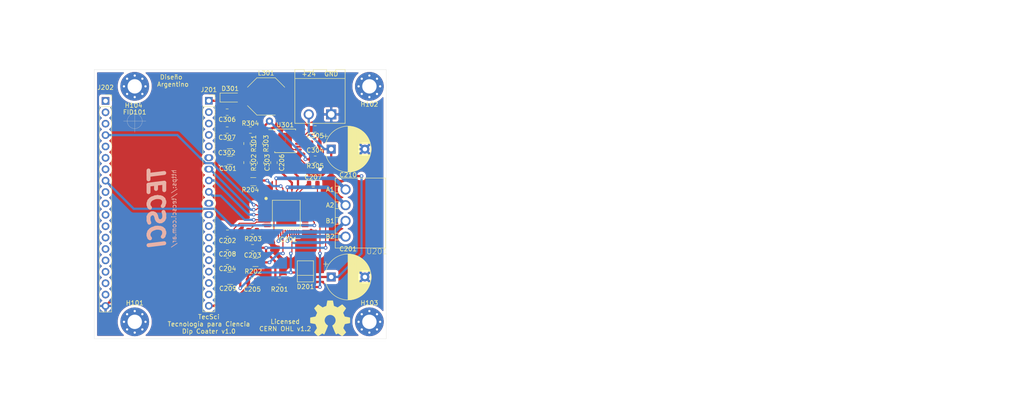
<source format=kicad_pcb>
(kicad_pcb (version 20171130) (host pcbnew 5.1.4-e60b266~84~ubuntu18.04.1)
  (title_block (title "Dip Coater") (date 2019-10-28) (rev 2) (company "Tecsci  Tecnología para Ciencia                            Licensed under CERN OHL v.1.2") (comment 1 "Ing. Electrónico Martin Abel Gambarotta") (comment 3 "Revisor: Mariano Campos") (comment 4 "Revisor: Diego Brengi"))
  (layers (0 F.Cu signal) (31 B.Cu signal) (34 B.Paste user) (35 F.Paste user) (36 B.SilkS user) (37 F.SilkS user) (38 B.Mask user hide) (39 F.Mask user hide) (44 Edge.Cuts user))
  (net 0 "")
  (net 1 GND)
  (net 2 +3V3)
  (net 3 "Net-(C203-Pad1)")
  (net 4 +24V)
  (net 5 "Net-(C205-Pad2)")
  (net 6 "Net-(C206-Pad2)")
  (net 7 "Net-(C207-Pad2)")
  (net 8 "Net-(C207-Pad1)")
  (net 9 "Net-(C303-Pad1)")
  (net 10 "Net-(C304-Pad1)")
  (net 11 "Net-(C305-Pad2)")
  (net 12 "Net-(C305-Pad1)")
  (net 13 "Net-(IC201-Pad44)")
  (net 14 /esp32_tmc5130_/DRV_ENA)
  (net 15 "Net-(IC201-Pad28)")
  (net 16 "Net-(IC201-Pad27)")
  (net 17 "Net-(IC201-Pad26)")
  (net 18 "Net-(IC201-Pad25)")
  (net 19 "Net-(IC201-Pad24)")
  (net 20 "Net-(IC201-Pad23)")
  (net 21 "Net-(IC201-Pad17)")
  (net 22 "Net-(IC201-Pad12)")
  (net 23 "Net-(IC201-Pad11)")
  (net 24 "Net-(IC201-Pad9)")
  (net 25 "Net-(IC201-Pad8)")
  (net 26 /esp32_tmc5130_/MISO)
  (net 27 /esp32_tmc5130_/MOSI)
  (net 28 /esp32_tmc5130_/SCK)
  (net 29 /esp32_tmc5130_/CSN)
  (net 30 "Net-(J201-Pad18)")
  (net 31 "Net-(J201-Pad17)")
  (net 32 "Net-(J201-Pad16)")
  (net 33 "Net-(J201-Pad15)")
  (net 34 "Net-(J201-Pad14)")
  (net 35 "Net-(J201-Pad13)")
  (net 36 "Net-(J201-Pad12)")
  (net 37 "Net-(J201-Pad11)")
  (net 38 "Net-(J201-Pad10)")
  (net 39 "Net-(J201-Pad6)")
  (net 40 "Net-(J201-Pad5)")
  (net 41 "Net-(J201-Pad4)")
  (net 42 "Net-(J201-Pad3)")
  (net 43 "Net-(J201-Pad2)")
  (net 44 "Net-(J202-Pad18)")
  (net 45 "Net-(J202-Pad17)")
  (net 46 "Net-(J202-Pad16)")
  (net 47 "Net-(J202-Pad15)")
  (net 48 "Net-(J202-Pad14)")
  (net 49 "Net-(J202-Pad13)")
  (net 50 "Net-(J202-Pad12)")
  (net 51 "Net-(J202-Pad11)")
  (net 52 "Net-(J202-Pad10)")
  (net 53 "Net-(J202-Pad9)")
  (net 54 "Net-(J202-Pad7)")
  (net 55 "Net-(J202-Pad5)")
  (net 56 "Net-(J202-Pad3)")
  (net 57 "Net-(J202-Pad2)")
  (net 58 "Net-(J202-Pad1)")
  (net 59 "Net-(R301-Pad1)")
  (net 60 "Net-(R303-Pad1)")
  (net 61 "Net-(R304-Pad2)")
  (net 62 "Net-(U301-Pad14)")
  (net 63 "Net-(U301-Pad7)")
  (net 64 "Net-(IC201-Pad46)")
  (net 65 "Net-(IC201-Pad42)")
  (net 66 "Net-(IC201-Pad19)")
  (net 67 "Net-(IC201-Pad15)")
  (net 68 "Net-(IC201-Pad2)")
  (net 69 +5VD)
  (net 70 "Net-(C306-Pad1)")
  (net 71 "Net-(J202-Pad6)")
  (module TMC5130-Eval_v15:AKL169_04_POL (layer F.Cu) (at 115.25 87 90)
    (fp_text reference U201 (at -9.25 1.25 180) (layer F.SilkS) (effects (font (size 1.2065 1.2065) (thickness 0.09652)) (justify left bottom)))
    (fp_text value AKL182_04_POL_HEADER hide)
    (pad 4 thru_hole circle (at 5.25 -3.3 90) (size 2.25 2.25) (drill 1.5) (layers *.Cu *.Mask) (net 64 "Net-(IC201-Pad46)"))
    (pad 3 thru_hole circle (at 1.75 -3.3 90) (size 2.25 2.25) (drill 1.5) (layers *.Cu *.Mask) (net 65 "Net-(IC201-Pad42)"))
    (pad 2 thru_hole circle (at -1.75 -3.3 90) (size 2.25 2.25) (drill 1.5) (layers *.Cu *.Mask) (net 67 "Net-(IC201-Pad15)"))
    (pad 1 thru_hole circle (at -5.25 -3.3 90) (size 2.25 2.25) (drill 1.5) (layers *.Cu *.Mask) (net 66 "Net-(IC201-Pad19)"))
  )
  (module Connector_PinSocket_2.54mm:PinSocket_1x19_P2.54mm_Vertical (layer F.Cu) (at 81.5 61.96)
    (fp_text reference J201 (at 0 -2.46) (layer F.SilkS))
    (fp_text value Conn_01x19_ESP32)
    (pad 1 thru_hole rect (at 0 0) (size 1.7 1.7) (drill 1) (layers *.Cu *.Mask) (net 69 +5VD))
    (pad 2 thru_hole oval (at 0 2.54) (size 1.7 1.7) (drill 1) (layers *.Cu *.Mask) (net 43 "Net-(J201-Pad2)"))
    (pad 3 thru_hole oval (at 0 5.08) (size 1.7 1.7) (drill 1) (layers *.Cu *.Mask) (net 42 "Net-(J201-Pad3)"))
    (pad 4 thru_hole oval (at 0 7.62) (size 1.7 1.7) (drill 1) (layers *.Cu *.Mask) (net 41 "Net-(J201-Pad4)"))
    (pad 5 thru_hole oval (at 0 10.16) (size 1.7 1.7) (drill 1) (layers *.Cu *.Mask) (net 40 "Net-(J201-Pad5)"))
    (pad 6 thru_hole oval (at 0 12.7) (size 2 1.5) (drill 1) (layers *.Cu *.Mask) (net 39 "Net-(J201-Pad6)"))
    (pad 7 thru_hole oval (at 0 15.24) (size 2 1.5) (drill 1) (layers *.Cu *.Mask) (net 28 /esp32_tmc5130_/SCK))
    (pad 8 thru_hole oval (at 0 17.78) (size 1.7 1.7) (drill 1) (layers *.Cu *.Mask) (net 27 /esp32_tmc5130_/MOSI))
    (pad 9 thru_hole oval (at 0 20.32) (size 1.7 1.7) (drill 1) (layers *.Cu *.Mask) (net 26 /esp32_tmc5130_/MISO))
    (pad 10 thru_hole oval (at 0 22.86) (size 2 1.5) (drill 1) (layers *.Cu *.Mask) (net 38 "Net-(J201-Pad10)"))
    (pad 11 thru_hole oval (at 0 25.4) (size 2 1.5) (drill 1) (layers *.Cu *.Mask) (net 37 "Net-(J201-Pad11)"))
    (pad 12 thru_hole oval (at 0 27.94) (size 1.7 1.7) (drill 1) (layers *.Cu *.Mask) (net 36 "Net-(J201-Pad12)"))
    (pad 13 thru_hole oval (at 0 30.48) (size 1.7 1.7) (drill 1) (layers *.Cu *.Mask) (net 35 "Net-(J201-Pad13)"))
    (pad 14 thru_hole oval (at 0 33.02) (size 1.7 1.7) (drill 1) (layers *.Cu *.Mask) (net 34 "Net-(J201-Pad14)"))
    (pad 15 thru_hole oval (at 0 35.56) (size 1.7 1.7) (drill 1) (layers *.Cu *.Mask) (net 33 "Net-(J201-Pad15)"))
    (pad 16 thru_hole oval (at 0 38.1) (size 1.7 1.7) (drill 1) (layers *.Cu *.Mask) (net 32 "Net-(J201-Pad16)"))
    (pad 17 thru_hole oval (at 0 40.64) (size 1.7 1.7) (drill 1) (layers *.Cu *.Mask) (net 31 "Net-(J201-Pad17)"))
    (pad 18 thru_hole oval (at 0 43.18) (size 1.7 1.7) (drill 1) (layers *.Cu *.Mask) (net 30 "Net-(J201-Pad18)"))
    (pad 19 thru_hole oval (at 0 45.72) (size 1.7 1.7) (drill 1) (layers *.Cu *.Mask) (net 2 +3V3))
  )
  (module Capacitor_THT:CP_Radial_D10.0mm_P7.50mm (layer F.Cu) (at 108.75 101.25)
    (fp_text reference C201 (at 3.75 -6.25) (layer F.SilkS))
    (fp_text value 100uF)
    (pad 2 thru_hole circle (at 7.5 0) (size 2 2) (drill 1) (layers *.Cu *.Mask) (net 1 GND))
    (pad 1 thru_hole rect (at 0 0) (size 2 2) (drill 1) (layers *.Cu *.Mask) (net 4 +24V))
  )
  (module Fiducial:Fiducial_1mm_Mask2mm (layer F.Cu) (at 65 66.5)
    (fp_text reference FID101 (at 0 -2) (layer F.SilkS))
    (fp_text value Fiducial)
    (pad "" smd circle (at 0 0) (size 1 1) (layers F.Cu F.Mask) (clearance 0.5))
  )
  (module Resistor_SMD:R_0805_2012Metric (layer F.Cu) (at 97.25 102.175 180)
    (fp_text reference R201 (at 0 -1.825) (layer F.SilkS))
    (fp_text value 2R2)
    (pad 2 smd roundrect (at 0.9375 0 180) (size 0.975 1.4) (layers F.Cu F.Paste F.Mask) (net 3 "Net-(C203-Pad1)"))
    (pad 1 smd roundrect (at -0.9375 0 180) (size 0.975 1.4) (layers F.Cu F.Paste F.Mask) (net 5 "Net-(C205-Pad2)"))
  )
  (module Capacitor_SMD:C_0805_2012Metric (layer F.Cu) (at 105.1875 71.5)
    (fp_text reference C304 (at 0 1.5) (layer F.SilkS))
    (fp_text value 1uF)
    (pad 2 smd roundrect (at 0.9375 0) (size 0.975 1.4) (layers F.Cu F.Paste F.Mask) (net 1 GND))
    (pad 1 smd roundrect (at -0.9375 0) (size 0.975 1.4) (layers F.Cu F.Paste F.Mask) (net 10 "Net-(C304-Pad1)"))
  )
  (module Package_SO:TSSOP-14-1EP_4.4x5mm_P0.65mm (layer F.Cu) (at 98.5 70.9)
    (fp_text reference U301 (at 0 -3.55) (layer F.SilkS))
    (fp_text value Regulador_LM5161)
    (pad 15 smd rect (at -0.75 -0.9) (size 1.5 1.8) (layers F.Cu F.Paste F.Mask) (net 1 GND))
    (pad 14 smd rect (at 2.95 -1.95) (size 1.45 0.45) (layers F.Cu F.Paste F.Mask) (net 62 "Net-(U301-Pad14)"))
    (pad 13 smd rect (at 2.95 -1.3) (size 1.45 0.45) (layers F.Cu F.Paste F.Mask) (net 12 "Net-(C305-Pad1)"))
    (pad 12 smd rect (at 2.95 -0.65) (size 1.45 0.45) (layers F.Cu F.Paste F.Mask) (net 12 "Net-(C305-Pad1)"))
    (pad 11 smd rect (at 2.95 0) (size 1.45 0.45) (layers F.Cu F.Paste F.Mask) (net 11 "Net-(C305-Pad2)"))
    (pad 10 smd rect (at 2.95 0.65) (size 1.45 0.45) (layers F.Cu F.Paste F.Mask) (net 10 "Net-(C304-Pad1)"))
    (pad 9 smd rect (at 2.95 1.3) (size 1.45 0.45) (layers F.Cu F.Paste F.Mask) (net 61 "Net-(R304-Pad2)"))
    (pad 8 smd rect (at 2.95 1.95) (size 1.45 0.45) (layers F.Cu F.Paste F.Mask) (net 1 GND))
    (pad 7 smd rect (at -2.95 1.95) (size 1.45 0.45) (layers F.Cu F.Paste F.Mask) (net 63 "Net-(U301-Pad7)"))
    (pad 6 smd rect (at -2.95 1.3) (size 1.45 0.45) (layers F.Cu F.Paste F.Mask) (net 9 "Net-(C303-Pad1)"))
    (pad 5 smd rect (at -2.95 0.65) (size 1.45 0.45) (layers F.Cu F.Paste F.Mask) (net 60 "Net-(R303-Pad1)"))
    (pad 4 smd rect (at -2.95 0) (size 1.45 0.45) (layers F.Cu F.Paste F.Mask) (net 59 "Net-(R301-Pad1)"))
    (pad 3 smd rect (at -2.95 -0.65) (size 1.45 0.45) (layers F.Cu F.Paste F.Mask) (net 4 +24V))
    (pad 2 smd rect (at -2.95 -1.3) (size 1.45 0.45) (layers F.Cu F.Paste F.Mask) (net 1 GND))
    (pad 1 smd rect (at -2.95 -1.95) (size 1.45 0.45) (layers F.Cu F.Paste F.Mask) (net 1 GND))
    (pad 15 smd rect (at 0.75 -0.9) (size 1.5 1.8) (layers F.Cu F.Paste F.Mask) (net 1 GND) (clearance 0.2))
    (pad 15 smd rect (at 0.75 0.9) (size 1.5 1.8) (layers F.Cu F.Paste F.Mask) (net 1 GND))
    (pad 15 smd rect (at -0.75 0.9) (size 1.5 1.8) (layers F.Cu F.Paste F.Mask) (net 1 GND))
  )
  (module Capacitor_SMD:C_1206_3216Metric (layer F.Cu) (at 86.18 71.75 180)
    (fp_text reference C302 (at 0.68 -1.82) (layer F.SilkS))
    (fp_text value 100nF)
    (pad 2 smd roundrect (at 1.4 0 180) (size 1.25 1.75) (layers F.Cu F.Paste F.Mask) (roundrect_rratio 0.2) (net 1 GND))
    (pad 1 smd roundrect (at -1.4 0 180) (size 1.25 1.75) (layers F.Cu F.Paste F.Mask) (roundrect_rratio 0.2) (net 4 +24V))
  )
  (module Resistor_SMD:R_0805_2012Metric (layer F.Cu) (at 105.1875 75)
    (fp_text reference R305 (at 0 1.5) (layer F.SilkS))
    (fp_text value 2.2k)
    (pad 2 smd roundrect (at 0.9375 0) (size 0.975 1.4) (layers F.Cu F.Paste F.Mask) (net 1 GND))
    (pad 1 smd roundrect (at -0.9375 0) (size 0.975 1.4) (layers F.Cu F.Paste F.Mask) (net 61 "Net-(R304-Pad2)"))
  )
  (module MountingHole:MountingHole_3.2mm_M3_Pad_Via (layer F.Cu) (at 65 58.75)
    (fp_text reference H104 (at -0.25 4.25) (layer F.SilkS))
    (fp_text value MountingHole)
    (pad 1 thru_hole circle (at 1.697056 -1.697056) (size 0.8 0.8) (drill 0.5) (layers *.Cu *.Mask))
    (pad 1 thru_hole circle (at 0 -2.4) (size 0.8 0.8) (drill 0.5) (layers *.Cu *.Mask))
    (pad 1 thru_hole circle (at -1.697056 -1.697056) (size 0.8 0.8) (drill 0.5) (layers *.Cu *.Mask))
    (pad 1 thru_hole circle (at -2.4 0) (size 0.8 0.8) (drill 0.5) (layers *.Cu *.Mask))
    (pad 1 thru_hole circle (at -1.697056 1.697056) (size 0.8 0.8) (drill 0.5) (layers *.Cu *.Mask))
    (pad 1 thru_hole circle (at 0 2.4) (size 0.8 0.8) (drill 0.5) (layers *.Cu *.Mask))
    (pad 1 thru_hole circle (at 1.697056 1.697056) (size 0.8 0.8) (drill 0.5) (layers *.Cu *.Mask))
    (pad 1 thru_hole circle (at 2.4 0) (size 0.8 0.8) (drill 0.5) (layers *.Cu *.Mask))
    (pad 1 thru_hole circle (at 0 0) (size 6.4 6.4) (drill 3.2) (layers *.Cu *.Mask))
  )
  (module MountingHole:MountingHole_3.2mm_M3_Pad_Via (layer F.Cu) (at 117.25 111.25)
    (fp_text reference H103 (at 0 -4.2) (layer F.SilkS))
    (fp_text value MountingHole)
    (pad 1 thru_hole circle (at 1.697056 -1.697056) (size 0.8 0.8) (drill 0.5) (layers *.Cu *.Mask))
    (pad 1 thru_hole circle (at 0 -2.4) (size 0.8 0.8) (drill 0.5) (layers *.Cu *.Mask))
    (pad 1 thru_hole circle (at -1.697056 -1.697056) (size 0.8 0.8) (drill 0.5) (layers *.Cu *.Mask))
    (pad 1 thru_hole circle (at -2.4 0) (size 0.8 0.8) (drill 0.5) (layers *.Cu *.Mask))
    (pad 1 thru_hole circle (at -1.697056 1.697056) (size 0.8 0.8) (drill 0.5) (layers *.Cu *.Mask))
    (pad 1 thru_hole circle (at 0 2.4) (size 0.8 0.8) (drill 0.5) (layers *.Cu *.Mask))
    (pad 1 thru_hole circle (at 1.697056 1.697056) (size 0.8 0.8) (drill 0.5) (layers *.Cu *.Mask))
    (pad 1 thru_hole circle (at 2.4 0) (size 0.8 0.8) (drill 0.5) (layers *.Cu *.Mask))
    (pad 1 thru_hole circle (at 0 0) (size 6.4 6.4) (drill 3.2) (layers *.Cu *.Mask))
  )
  (module MountingHole:MountingHole_3.2mm_M3_Pad_Via (layer F.Cu) (at 117.25 58.75)
    (fp_text reference H102 (at 0 4) (layer F.SilkS))
    (fp_text value MountingHole)
    (pad 1 thru_hole circle (at 1.697056 -1.697056) (size 0.8 0.8) (drill 0.5) (layers *.Cu *.Mask))
    (pad 1 thru_hole circle (at 0 -2.4) (size 0.8 0.8) (drill 0.5) (layers *.Cu *.Mask))
    (pad 1 thru_hole circle (at -1.697056 -1.697056) (size 0.8 0.8) (drill 0.5) (layers *.Cu *.Mask))
    (pad 1 thru_hole circle (at -2.4 0) (size 0.8 0.8) (drill 0.5) (layers *.Cu *.Mask))
    (pad 1 thru_hole circle (at -1.697056 1.697056) (size 0.8 0.8) (drill 0.5) (layers *.Cu *.Mask))
    (pad 1 thru_hole circle (at 0 2.4) (size 0.8 0.8) (drill 0.5) (layers *.Cu *.Mask))
    (pad 1 thru_hole circle (at 1.697056 1.697056) (size 0.8 0.8) (drill 0.5) (layers *.Cu *.Mask))
    (pad 1 thru_hole circle (at 2.4 0) (size 0.8 0.8) (drill 0.5) (layers *.Cu *.Mask))
    (pad 1 thru_hole circle (at 0 0) (size 6.4 6.4) (drill 3.2) (layers *.Cu *.Mask))
  )
  (module MountingHole:MountingHole_3.2mm_M3_Pad_Via (layer F.Cu) (at 65 111.25)
    (fp_text reference H101 (at 0 -4.2) (layer F.SilkS))
    (fp_text value MountingHole)
    (pad 1 thru_hole circle (at 1.697056 -1.697056) (size 0.8 0.8) (drill 0.5) (layers *.Cu *.Mask))
    (pad 1 thru_hole circle (at 0 -2.4) (size 0.8 0.8) (drill 0.5) (layers *.Cu *.Mask))
    (pad 1 thru_hole circle (at -1.697056 -1.697056) (size 0.8 0.8) (drill 0.5) (layers *.Cu *.Mask))
    (pad 1 thru_hole circle (at -2.4 0) (size 0.8 0.8) (drill 0.5) (layers *.Cu *.Mask))
    (pad 1 thru_hole circle (at -1.697056 1.697056) (size 0.8 0.8) (drill 0.5) (layers *.Cu *.Mask))
    (pad 1 thru_hole circle (at 0 2.4) (size 0.8 0.8) (drill 0.5) (layers *.Cu *.Mask))
    (pad 1 thru_hole circle (at 1.697056 1.697056) (size 0.8 0.8) (drill 0.5) (layers *.Cu *.Mask))
    (pad 1 thru_hole circle (at 2.4 0) (size 0.8 0.8) (drill 0.5) (layers *.Cu *.Mask))
    (pad 1 thru_hole circle (at 0 0) (size 6.4 6.4) (drill 3.2) (layers *.Cu *.Mask))
  )
  (module Capacitor_THT:CP_Radial_D10.0mm_P7.50mm (layer F.Cu) (at 108.75 72.75)
    (fp_text reference C210 (at 3.75 5.75) (layer F.SilkS))
    (fp_text value 100uF)
    (pad 2 thru_hole circle (at 7.5 0) (size 2 2) (drill 1) (layers *.Cu *.Mask) (net 1 GND))
    (pad 1 thru_hole rect (at 0 0) (size 2 2) (drill 1) (layers *.Cu *.Mask) (net 4 +24V))
  )
  (module Symbol:OSHW-Symbol_8.9x8mm_SilkScreen (layer F.Cu) (at 108.5 110.5)
    (fp_text reference OSHWA101 hide)
    (fp_text value Logo_Open_Hardware_Small hide)
  )
  (module TMC5130-Eval_v15:QFP50P900X900X113-49N_NOFID (layer F.Cu) (at 98.75 87.25)
    (fp_text reference IC201 (at -2 6.25) (layer F.SilkS) (effects (justify left bottom)))
    (fp_text value TMC5130)
    (pad PAD smd rect (at 0 0) (size 4.45 4.45) (layers F.Cu F.Mask) (net 1 GND))
    (pad 48 smd rect (at -2.75 -4.2 270) (size 1.45 0.3) (layers F.Cu F.Paste F.Mask) (net 1 GND))
    (pad 47 smd rect (at -2.25 -4.2 270) (size 1.45 0.3) (layers F.Cu F.Paste F.Mask))
    (pad 46 smd rect (at -1.75 -4.2 270) (size 1.45 0.3) (layers F.Cu F.Paste F.Mask) (net 64 "Net-(IC201-Pad46)"))
    (pad 45 smd rect (at -1.25 -4.2 270) (size 1.45 0.3) (layers F.Cu F.Paste F.Mask))
    (pad 44 smd rect (at -0.75 -4.2 270) (size 1.45 0.3) (layers F.Cu F.Paste F.Mask) (net 13 "Net-(IC201-Pad44)"))
    (pad 43 smd rect (at -0.25 -4.2 270) (size 1.45 0.3) (layers F.Cu F.Paste F.Mask))
    (pad 42 smd rect (at 0.25 -4.2 270) (size 1.45 0.3) (layers F.Cu F.Paste F.Mask) (net 65 "Net-(IC201-Pad42)"))
    (pad 41 smd rect (at 0.75 -4.2 270) (size 1.45 0.3) (layers F.Cu F.Paste F.Mask))
    (pad 40 smd rect (at 1.25 -4.2 270) (size 1.45 0.3) (layers F.Cu F.Paste F.Mask) (net 4 +24V))
    (pad 39 smd rect (at 1.75 -4.2 270) (size 1.45 0.3) (layers F.Cu F.Paste F.Mask) (net 4 +24V))
    (pad 38 smd rect (at 2.25 -4.2 270) (size 1.45 0.3) (layers F.Cu F.Paste F.Mask) (net 6 "Net-(C206-Pad2)"))
    (pad 37 smd rect (at 2.75 -4.2 270) (size 1.45 0.3) (layers F.Cu F.Paste F.Mask) (net 7 "Net-(C207-Pad2)"))
    (pad 36 smd rect (at 4.2 -2.75 180) (size 1.45 0.3) (layers F.Cu F.Paste F.Mask) (net 1 GND))
    (pad 35 smd rect (at 4.2 -2.25 180) (size 1.45 0.3) (layers F.Cu F.Paste F.Mask) (net 8 "Net-(C207-Pad1)"))
    (pad 34 smd rect (at 4.2 -1.75 180) (size 1.45 0.3) (layers F.Cu F.Paste F.Mask) (net 3 "Net-(C203-Pad1)"))
    (pad 33 smd rect (at 4.2 -1.25 180) (size 1.45 0.3) (layers F.Cu F.Paste F.Mask) (net 5 "Net-(C205-Pad2)"))
    (pad 32 smd rect (at 4.2 -0.75 180) (size 1.45 0.3) (layers F.Cu F.Paste F.Mask) (net 1 GND))
    (pad 31 smd rect (at 4.2 -0.25 180) (size 1.45 0.3) (layers F.Cu F.Paste F.Mask) (net 1 GND))
    (pad 30 smd rect (at 4.2 0.25 180) (size 1.45 0.3) (layers F.Cu F.Paste F.Mask))
    (pad 29 smd rect (at 4.2 0.75 180) (size 1.45 0.3) (layers F.Cu F.Paste F.Mask) (net 14 /esp32_tmc5130_/DRV_ENA))
    (pad 28 smd rect (at 4.2 1.25 180) (size 1.45 0.3) (layers F.Cu F.Paste F.Mask) (net 15 "Net-(IC201-Pad28)"))
    (pad 27 smd rect (at 4.2 1.75 180) (size 1.45 0.3) (layers F.Cu F.Paste F.Mask) (net 16 "Net-(IC201-Pad27)"))
    (pad 26 smd rect (at 4.2 2.25 180) (size 1.45 0.3) (layers F.Cu F.Paste F.Mask) (net 17 "Net-(IC201-Pad26)"))
    (pad 25 smd rect (at 4.2 2.75 180) (size 1.45 0.3) (layers F.Cu F.Paste F.Mask) (net 18 "Net-(IC201-Pad25)"))
    (pad 24 smd rect (at 2.75 4.2 90) (size 1.45 0.3) (layers F.Cu F.Paste F.Mask) (net 19 "Net-(IC201-Pad24)"))
    (pad 23 smd rect (at 2.25 4.2 90) (size 1.45 0.3) (layers F.Cu F.Paste F.Mask) (net 20 "Net-(IC201-Pad23)"))
    (pad 22 smd rect (at 1.75 4.2 90) (size 1.45 0.3) (layers F.Cu F.Paste F.Mask))
    (pad 21 smd rect (at 1.25 4.2 90) (size 1.45 0.3) (layers F.Cu F.Paste F.Mask) (net 4 +24V))
    (pad 20 smd rect (at 0.75 4.2 90) (size 1.45 0.3) (layers F.Cu F.Paste F.Mask))
    (pad 19 smd rect (at 0.25 4.2 90) (size 1.45 0.3) (layers F.Cu F.Paste F.Mask) (net 66 "Net-(IC201-Pad19)"))
    (pad 18 smd rect (at -0.25 4.2 90) (size 1.45 0.3) (layers F.Cu F.Paste F.Mask))
    (pad 17 smd rect (at -0.75 4.2 90) (size 1.45 0.3) (layers F.Cu F.Paste F.Mask) (net 21 "Net-(IC201-Pad17)"))
    (pad 16 smd rect (at -1.25 4.2 90) (size 1.45 0.3) (layers F.Cu F.Paste F.Mask))
    (pad 15 smd rect (at -1.75 4.2 90) (size 1.45 0.3) (layers F.Cu F.Paste F.Mask) (net 67 "Net-(IC201-Pad15)"))
    (pad 14 smd rect (at -2.25 4.2 90) (size 1.45 0.3) (layers F.Cu F.Paste F.Mask))
    (pad 13 smd rect (at -2.75 4.2 90) (size 1.45 0.3) (layers F.Cu F.Paste F.Mask) (net 1 GND))
    (pad 12 smd rect (at -4.2 2.75) (size 1.45 0.3) (layers F.Cu F.Paste F.Mask) (net 22 "Net-(IC201-Pad12)"))
    (pad 11 smd rect (at -4.2 2.25) (size 1.45 0.3) (layers F.Cu F.Paste F.Mask) (net 23 "Net-(IC201-Pad11)"))
    (pad 10 smd rect (at -4.2 1.75) (size 1.45 0.3) (layers F.Cu F.Paste F.Mask) (net 2 +3V3))
    (pad 9 smd rect (at -4.2 1.25) (size 1.45 0.3) (layers F.Cu F.Paste F.Mask) (net 24 "Net-(IC201-Pad9)"))
    (pad 8 smd rect (at -4.2 0.75) (size 1.45 0.3) (layers F.Cu F.Paste F.Mask) (net 25 "Net-(IC201-Pad8)"))
    (pad 7 smd rect (at -4.2 0.25) (size 1.45 0.3) (layers F.Cu F.Paste F.Mask) (net 26 /esp32_tmc5130_/MISO))
    (pad 6 smd rect (at -4.2 -0.25) (size 1.45 0.3) (layers F.Cu F.Paste F.Mask) (net 1 GND))
    (pad 5 smd rect (at -4.2 -0.75) (size 1.45 0.3) (layers F.Cu F.Paste F.Mask) (net 27 /esp32_tmc5130_/MOSI))
    (pad 4 smd rect (at -4.2 -1.25) (size 1.45 0.3) (layers F.Cu F.Paste F.Mask) (net 28 /esp32_tmc5130_/SCK))
    (pad 3 smd rect (at -4.2 -1.75) (size 1.45 0.3) (layers F.Cu F.Paste F.Mask) (net 29 /esp32_tmc5130_/CSN))
    (pad 2 smd rect (at -4.2 -2.25) (size 1.45 0.3) (layers F.Cu F.Paste F.Mask) (net 68 "Net-(IC201-Pad2)"))
    (pad 1 smd rect (at -4.2 -2.75) (size 1.45 0.3) (layers F.Cu F.Paste F.Mask) (net 1 GND))
  )
  (module Resistor_SMD:R_0805_2012Metric (layer F.Cu) (at 91.25 91)
    (fp_text reference R203 (at 0.1 1.75) (layer F.SilkS))
    (fp_text value 0R)
    (pad 2 smd roundrect (at 0.9375 0) (size 0.975 1.4) (layers F.Cu F.Paste F.Mask) (net 1 GND))
    (pad 1 smd roundrect (at -0.9375 0) (size 0.975 1.4) (layers F.Cu F.Paste F.Mask) (net 23 "Net-(IC201-Pad11)"))
  )
  (module Resistor_SMD:R_1206_3216Metric (layer F.Cu) (at 91.9 98 180)
    (fp_text reference R202 (at 0.5 -2) (layer F.SilkS))
    (fp_text value 0R15/0.5W)
    (pad 2 smd roundrect (at 1.4 0 180) (size 1.25 1.75) (layers F.Cu F.Paste F.Mask) (roundrect_rratio 0.2) (net 1 GND))
    (pad 1 smd roundrect (at -1.4 0 180) (size 1.25 1.75) (layers F.Cu F.Paste F.Mask) (roundrect_rratio 0.2) (net 21 "Net-(IC201-Pad17)"))
  )
  (module Capacitor_SMD:C_1210_3225Metric (layer F.Cu) (at 86.25 101.545 180)
    (fp_text reference C209 (at 0.5 -2.28) (layer F.SilkS))
    (fp_text value 4.7uF)
    (pad 2 smd roundrect (at 1.4 0 180) (size 1.25 2.65) (layers F.Cu F.Paste F.Mask) (roundrect_rratio 0.2) (net 1 GND))
    (pad 1 smd roundrect (at -1.4 0 180) (size 1.25 2.65) (layers F.Cu F.Paste F.Mask) (roundrect_rratio 0.2) (net 4 +24V))
  )
  (module Resistor_SMD:R_0805_2012Metric (layer F.Cu) (at 90.75 68.5)
    (fp_text reference R304 (at 0 -1.5) (layer F.SilkS))
    (fp_text value 3.3k)
    (pad 2 smd roundrect (at 0.9375 0) (size 0.975 1.4) (layers F.Cu F.Paste F.Mask) (net 61 "Net-(R304-Pad2)"))
    (pad 1 smd roundrect (at -0.9375 0) (size 0.975 1.4) (layers F.Cu F.Paste F.Mask) (net 70 "Net-(C306-Pad1)"))
  )
  (module Resistor_SMD:R_0805_2012Metric (layer F.Cu) (at 90 75.75 90)
    (fp_text reference R302 (at 0 1.5 270) (layer F.SilkS))
    (fp_text value 6.8k)
    (pad 2 smd roundrect (at 0.9375 0 90) (size 0.975 1.4) (layers F.Cu F.Paste F.Mask) (net 59 "Net-(R301-Pad1)"))
    (pad 1 smd roundrect (at -0.9375 0 90) (size 0.975 1.4) (layers F.Cu F.Paste F.Mask) (net 1 GND))
  )
  (module Resistor_SMD:R_1206_3216Metric (layer F.Cu) (at 91.4 80 180)
    (fp_text reference R204 (at 0.65 -1.82) (layer F.SilkS))
    (fp_text value 0R15/0.5W)
    (pad 2 smd roundrect (at 1.4 0 180) (size 1.25 1.75) (layers F.Cu F.Paste F.Mask) (roundrect_rratio 0.2) (net 1 GND))
    (pad 1 smd roundrect (at -1.4 0 180) (size 1.25 1.75) (layers F.Cu F.Paste F.Mask) (roundrect_rratio 0.2) (net 13 "Net-(IC201-Pad44)"))
  )
  (module Capacitor_SMD:C_0805_2012Metric (layer F.Cu) (at 105.1875 68.25)
    (fp_text reference C305 (at 0 1.5) (layer F.SilkS))
    (fp_text value 10nF)
    (pad 2 smd roundrect (at 0.9375 0) (size 0.975 1.4) (layers F.Cu F.Paste F.Mask) (net 11 "Net-(C305-Pad2)"))
    (pad 1 smd roundrect (at -0.9375 0) (size 0.975 1.4) (layers F.Cu F.Paste F.Mask) (net 12 "Net-(C305-Pad1)"))
  )
  (module Capacitor_SMD:C_0805_2012Metric (layer F.Cu) (at 93 75.8125 270)
    (fp_text reference C303 (at -0.0625 -1.5 270) (layer F.SilkS))
    (fp_text value 22nF)
    (pad 2 smd roundrect (at 0.9375 0 270) (size 0.975 1.4) (layers F.Cu F.Paste F.Mask) (net 1 GND))
    (pad 1 smd roundrect (at -0.9375 0 270) (size 0.975 1.4) (layers F.Cu F.Paste F.Mask) (net 9 "Net-(C303-Pad1)"))
  )
  (module Capacitor_SMD:C_0805_2012Metric (layer F.Cu) (at 85.65 94.5 180)
    (fp_text reference C208 (at 0 -1.65) (layer F.SilkS))
    (fp_text value 100nF)
    (pad 2 smd roundrect (at 0.9375 0 180) (size 0.975 1.4) (layers F.Cu F.Paste F.Mask) (net 1 GND))
    (pad 1 smd roundrect (at -0.9375 0 180) (size 0.975 1.4) (layers F.Cu F.Paste F.Mask) (net 4 +24V))
  )
  (module Capacitor_SMD:C_0805_2012Metric (layer F.Cu) (at 104.75 80.5 180)
    (fp_text reference C207 (at 0 1.5) (layer F.SilkS))
    (fp_text value 22nF)
    (pad 2 smd roundrect (at 0.9375 0 180) (size 0.975 1.4) (layers F.Cu F.Paste F.Mask) (net 7 "Net-(C207-Pad2)"))
    (pad 1 smd roundrect (at -0.9375 0 180) (size 0.975 1.4) (layers F.Cu F.Paste F.Mask) (net 8 "Net-(C207-Pad1)"))
  )
  (module Capacitor_SMD:C_0805_2012Metric (layer F.Cu) (at 96 75.75 270)
    (fp_text reference C206 (at 0 -1.75 270) (layer F.SilkS))
    (fp_text value 100nF)
    (pad 2 smd roundrect (at 0.9375 0 270) (size 0.975 1.4) (layers F.Cu F.Paste F.Mask) (net 6 "Net-(C206-Pad2)"))
    (pad 1 smd roundrect (at -0.9375 0 270) (size 0.975 1.4) (layers F.Cu F.Paste F.Mask) (net 4 +24V))
  )
  (module Capacitor_SMD:C_0805_2012Metric (layer F.Cu) (at 91.15 102.175)
    (fp_text reference C205 (at 0 1.825) (layer F.SilkS))
    (fp_text value 4.7uF)
    (pad 2 smd roundrect (at 0.9375 0) (size 0.975 1.4) (layers F.Cu F.Paste F.Mask) (net 5 "Net-(C205-Pad2)"))
    (pad 1 smd roundrect (at -0.9375 0) (size 0.975 1.4) (layers F.Cu F.Paste F.Mask) (net 1 GND))
  )
  (module Capacitor_SMD:C_0805_2012Metric (layer F.Cu) (at 85.65 97.75 180)
    (fp_text reference C204 (at 0 -1.65) (layer F.SilkS))
    (fp_text value 100nF)
    (pad 2 smd roundrect (at 0.9375 0 180) (size 0.975 1.4) (layers F.Cu F.Paste F.Mask) (net 1 GND))
    (pad 1 smd roundrect (at -0.9375 0 180) (size 0.975 1.4) (layers F.Cu F.Paste F.Mask) (net 4 +24V))
  )
  (module Capacitor_SMD:C_0805_2012Metric (layer F.Cu) (at 91.25 94.75 180)
    (fp_text reference C203 (at 0 -1.65) (layer F.SilkS))
    (fp_text value 470nF)
    (pad 2 smd roundrect (at 0.9375 0 180) (size 0.975 1.4) (layers F.Cu F.Paste F.Mask) (net 1 GND))
    (pad 1 smd roundrect (at -0.9375 0 180) (size 0.975 1.4) (layers F.Cu F.Paste F.Mask) (net 3 "Net-(C203-Pad1)"))
  )
  (module Capacitor_SMD:C_0805_2012Metric (layer F.Cu) (at 85.65 91.5 180)
    (fp_text reference C202 (at 0 -1.65) (layer F.SilkS))
    (fp_text value 100nF)
    (pad 2 smd roundrect (at 0.9375 0 180) (size 0.975 1.4) (layers F.Cu F.Paste F.Mask) (net 1 GND))
    (pad 1 smd roundrect (at -0.9375 0 180) (size 0.975 1.4) (layers F.Cu F.Paste F.Mask) (net 2 +3V3))
  )
  (module Diode_SMD:D_SOD-123 (layer F.Cu) (at 86.25 61.25)
    (fp_text reference D301 (at 0 -2) (layer F.SilkS))
    (fp_text value PMEG6010CEH)
    (pad 2 smd rect (at 1.65 0) (size 0.9 1.2) (layers F.Cu F.Paste F.Mask) (net 70 "Net-(C306-Pad1)"))
    (pad 1 smd rect (at -1.65 0) (size 0.9 1.2) (layers F.Cu F.Paste F.Mask) (net 69 +5VD))
  )
  (module Resistor_SMD:R_0805_2012Metric (layer F.Cu) (at 92.75 71.5 90)
    (fp_text reference R303 (at 0 1.5 270) (layer F.SilkS))
    (fp_text value 150k)
    (pad 2 smd roundrect (at 0.9375 0 90) (size 0.975 1.4) (layers F.Cu F.Paste F.Mask) (net 4 +24V))
    (pad 1 smd roundrect (at -0.9375 0 90) (size 0.975 1.4) (layers F.Cu F.Paste F.Mask) (net 60 "Net-(R303-Pad1)"))
  )
  (module Capacitor_SMD:C_0805_2012Metric (layer F.Cu) (at 90 71.5 90)
    (fp_text reference R301 (at 0 1.5 270) (layer F.SilkS))
    (fp_text value 30k)
    (pad 2 smd roundrect (at 0.9375 0 90) (size 0.975 1.4) (layers F.Cu F.Paste F.Mask) (net 4 +24V))
    (pad 1 smd roundrect (at -0.9375 0 90) (size 0.975 1.4) (layers F.Cu F.Paste F.Mask) (net 59 "Net-(R301-Pad1)"))
  )
  (module TMC5130-Eval_v15:AKL349_02_POL (layer F.Cu) (at 106.25 61 180)
    (fp_text reference POWER_IN301 hide)
    (fp_text value POL_HEADER hide)
    (pad 2 thru_hole circle (at 2.5 -4 180) (size 2.25 2.25) (drill 1.5) (layers *.Cu *.Mask) (net 4 +24V))
    (pad 1 thru_hole rect (at -2.5 -4 180) (size 2.25 2.25) (drill 1.5) (layers *.Cu *.Mask) (net 1 GND))
  )
  (module Inductor_SMD:L_Bourns-SRU8043 (layer F.Cu) (at 94.25 61 180)
    (fp_text reference L301 (at 0 5.2) (layer F.SilkS))
    (fp_text value SRU8043)
    (pad 2 smd rect (at 3.9 0 180) (size 2 3.2) (layers F.Cu F.Paste F.Mask) (net 70 "Net-(C306-Pad1)"))
    (pad 1 smd rect (at -3.9 0 180) (size 2 3.2) (layers F.Cu F.Paste F.Mask) (net 12 "Net-(C305-Pad1)"))
  )
  (module Connector_PinSocket_2.54mm:PinSocket_1x19_P2.54mm_Vertical (layer F.Cu) (at 58.5 62)
    (fp_text reference J202 (at 0 -3) (layer F.SilkS))
    (fp_text value Conn_01x19_ESP32)
    (pad 1 thru_hole rect (at 0 0) (size 1.7 1.7) (drill 1) (layers *.Cu *.Mask) (net 58 "Net-(J202-Pad1)"))
    (pad 2 thru_hole oval (at 0 2.54) (size 1.7 1.7) (drill 1) (layers *.Cu *.Mask) (net 57 "Net-(J202-Pad2)"))
    (pad 3 thru_hole oval (at 0 5.08) (size 1.7 1.7) (drill 1) (layers *.Cu *.Mask) (net 56 "Net-(J202-Pad3)"))
    (pad 4 thru_hole oval (at 0 7.62) (size 1.7 1.7) (drill 1) (layers *.Cu *.Mask) (net 29 /esp32_tmc5130_/CSN))
    (pad 5 thru_hole oval (at 0 10.16) (size 1.7 1.7) (drill 1) (layers *.Cu *.Mask) (net 55 "Net-(J202-Pad5)"))
    (pad 6 thru_hole oval (at 0 12.7) (size 1.7 1.7) (drill 1) (layers *.Cu *.Mask) (net 71 "Net-(J202-Pad6)"))
    (pad 7 thru_hole oval (at 0 15.24) (size 1.7 1.7) (drill 1) (layers *.Cu *.Mask) (net 54 "Net-(J202-Pad7)"))
    (pad 8 thru_hole oval (at 0 17.78) (size 1.7 1.7) (drill 1) (layers *.Cu *.Mask) (net 14 /esp32_tmc5130_/DRV_ENA))
    (pad 9 thru_hole oval (at 0 20.32) (size 1.7 1.7) (drill 1) (layers *.Cu *.Mask) (net 53 "Net-(J202-Pad9)"))
    (pad 10 thru_hole oval (at 0 22.86) (size 1.7 1.7) (drill 1) (layers *.Cu *.Mask) (net 52 "Net-(J202-Pad10)"))
    (pad 11 thru_hole oval (at 0 25.4) (size 1.7 1.7) (drill 1) (layers *.Cu *.Mask) (net 51 "Net-(J202-Pad11)"))
    (pad 12 thru_hole oval (at 0 27.94) (size 1.7 1.7) (drill 1) (layers *.Cu *.Mask) (net 50 "Net-(J202-Pad12)"))
    (pad 13 thru_hole oval (at 0 30.48) (size 1.7 1.7) (drill 1) (layers *.Cu *.Mask) (net 49 "Net-(J202-Pad13)"))
    (pad 14 thru_hole oval (at 0 33.02) (size 1.7 1.7) (drill 1) (layers *.Cu *.Mask) (net 48 "Net-(J202-Pad14)"))
    (pad 15 thru_hole oval (at 0 35.56) (size 1.7 1.7) (drill 1) (layers *.Cu *.Mask) (net 47 "Net-(J202-Pad15)"))
    (pad 16 thru_hole oval (at 0 38.1) (size 1.7 1.7) (drill 1) (layers *.Cu *.Mask) (net 46 "Net-(J202-Pad16)"))
    (pad 17 thru_hole oval (at 0 40.64) (size 1.7 1.7) (drill 1) (layers *.Cu *.Mask) (net 45 "Net-(J202-Pad17)"))
    (pad 18 thru_hole oval (at 0 43.18) (size 1.7 1.7) (drill 1) (layers *.Cu *.Mask) (net 44 "Net-(J202-Pad18)"))
    (pad 19 thru_hole oval (at 0 45.72) (size 1.7 1.7) (drill 1) (layers *.Cu *.Mask) (net 1 GND))
  )
  (module TMC5130-Eval_v15:SMB (layer F.Cu) (at 103 100 90)
    (fp_text reference D201 (at -4 -2) (layer F.SilkS) (effects (justify left bottom)))
    (fp_text value SMBJ43A)
    (pad A smd rect (at 2 0 90) (size 1.9 2.5) (layers F.Cu F.Paste F.Mask) (net 1 GND))
    (pad C smd rect (at -2 0 90) (size 1.9 2.5) (layers F.Cu F.Paste F.Mask) (net 4 +24V))
  )
  (module Capacitor_SMD:C_0805_2012Metric (layer F.Cu) (at 85.58 68.5 180)
    (fp_text reference C307 (at 0 -1.65) (layer F.SilkS))
    (fp_text value 10uF)
    (pad 2 smd roundrect (at 0.9375 0 180) (size 0.975 1.4) (layers F.Cu F.Paste F.Mask) (net 1 GND))
    (pad 1 smd roundrect (at -0.9375 0 180) (size 0.975 1.4) (layers F.Cu F.Paste F.Mask) (net 70 "Net-(C306-Pad1)"))
  )
  (module Capacitor_SMD:C_0805_2012Metric (layer F.Cu) (at 85.58 64.5 180)
    (fp_text reference C306 (at 0 -1.65) (layer F.SilkS))
    (fp_text value 10uF)
    (pad 2 smd roundrect (at 0.9375 0 180) (size 0.975 1.4) (layers F.Cu F.Paste F.Mask) (net 1 GND))
    (pad 1 smd roundrect (at -0.9375 0 180) (size 0.975 1.4) (layers F.Cu F.Paste F.Mask) (net 70 "Net-(C306-Pad1)"))
  )
  (module Capacitor_SMD:C_1206_3216Metric (layer F.Cu) (at 86.18 75.25 180)
    (fp_text reference C301 (at 0.43 -1.82) (layer F.SilkS))
    (fp_text value 2.2uF)
    (pad 2 smd roundrect (at 1.4 0 180) (size 1.25 1.75) (layers F.Cu F.Paste F.Mask) (roundrect_rratio 0.2) (net 1 GND))
    (pad 1 smd roundrect (at -1.4 0 180) (size 1.25 1.75) (layers F.Cu F.Paste F.Mask) (roundrect_rratio 0.2) (net 4 +24V))
  )
  (gr_text B2 (at 108.5 92.25) (layer F.SilkS) (effects (font (size 1 1))))
  (gr_text B1 (at 108.5 88.75) (layer F.SilkS) (effects (font (size 1 1))))
  (gr_text A2 (at 108.5 85.25) (layer F.SilkS) (effects (font (size 1 1))))
  (gr_text A1 (at 108.5 81.75) (layer F.SilkS) (effects (font (size 1 1))))
  (gr_text GND (at 108.75 56) (layer F.SilkS) (effects (font (size 1 1))))
  (gr_text +24 (at 103.75 56) (layer F.SilkS) (effects (font (size 1 1))))
  (target plus (at 65 66.5) (size 5) (width 0.05) (layer Edge.Cuts))
  (gr_text https://tecsci.com.ar/ (at 73.75 86 90) (layer B.SilkS) (effects (font (size 1 1)) (justify mirror)))
  (gr_text "TECSCI " (at 70 87 90) (layer B.SilkS) (effects (font (size 3.5 3.5) (thickness 0.875) italic) (justify mirror)))
  (gr_line (start 56 115) (end 121 115) (layer Edge.Cuts) (width 0.05))
  (gr_line (start 56 55) (end 56 115) (layer Edge.Cuts) (width 0.05))
  (gr_line (start 121 55) (end 56 55) (layer Edge.Cuts) (width 0.05))
  (gr_text "Licensed\nCERN OHL v1.2" (at 98.5 112) (layer F.SilkS) (effects (font (size 1 1))))
  (gr_line (start 121 115) (end 121 55) (layer Edge.Cuts) (width 0.05))
  (gr_text "TecSci\nTecnología para Ciencia\nDip Coater v1.0" (at 81.5 111.75) (layer F.SilkS) (effects (font (size 1 1))))
  (gr_text "Diseño \nArgentino" (at 73.5 57.5) (layer F.SilkS) (effects (font (size 1 1))))
  (segment (start 95.55 68.95) (end 95.55 69.6) (width 0.25) (layer F.Cu) (net 1))
  (via (at 106.25 77.25) (size 1.6) (drill 0.8) (layers F.Cu B.Cu) (net 1))
  (segment (start 99.25 71.8) (end 99.25 71.95) (width 0.25) (layer F.Cu) (net 1))
  (segment (start 101.45 72.85) (end 101.95 72.85) (width 0.25) (layer F.Cu) (net 1))
  (segment (start 106.125 75) (end 106.125 71.5) (width 0.5) (layer F.Cu) (net 1))
  (segment (start 84.6425 71.6125) (end 84.78 71.75) (width 0.5) (layer F.Cu) (net 1))
  (segment (start 84.78 71.75) (end 84.78 75.25) (width 0.5) (layer F.Cu) (net 1))
  (segment (start 89.2 76.6875) (end 90 76.6875) (width 0.5) (layer F.Cu) (net 1))
  (segment (start 85.2425 76.6875) (end 89.2 76.6875) (width 0.5) (layer F.Cu) (net 1))
  (segment (start 84.78 76.225) (end 85.2425 76.6875) (width 0.5) (layer F.Cu) (net 1))
  (segment (start 84.78 75.25) (end 84.78 76.225) (width 0.5) (layer F.Cu) (net 1))
  (segment (start 92.9375 76.6875) (end 93 76.75) (width 0.5) (layer F.Cu) (net 1))
  (segment (start 90 76.6875) (end 92.9375 76.6875) (width 0.5) (layer F.Cu) (net 1))
  (segment (start 90 80) (end 90 76.6875) (width 0.5) (layer F.Cu) (net 1))
  (segment (start 90.45 80) (end 90 80) (width 0.25) (layer F.Cu) (net 1))
  (segment (start 94.55 84.1) (end 90.45 80) (width 0.25) (layer F.Cu) (net 1))
  (segment (start 94.55 84.5) (end 94.55 84.1) (width 0.25) (layer F.Cu) (net 1))
  (segment (start 98.475 84.5) (end 98.75 84.775) (width 0.25) (layer F.Cu) (net 1))
  (segment (start 96 84.5) (end 98.475 84.5) (width 0.25) (layer F.Cu) (net 1))
  (segment (start 96 84.5) (end 96 83.05) (width 0.25) (layer F.Cu) (net 1))
  (segment (start 94.55 84.5) (end 96 84.5) (width 0.25) (layer F.Cu) (net 1))
  (segment (start 98.75 84.775) (end 98.75 87.25) (width 0.25) (layer F.Cu) (net 1))
  (segment (start 99.025 84.5) (end 98.75 84.775) (width 0.25) (layer F.Cu) (net 1))
  (segment (start 102.95 84.5) (end 99.025 84.5) (width 0.25) (layer F.Cu) (net 1))
  (segment (start 102.95 86.5) (end 102.95 87) (width 0.25) (layer F.Cu) (net 1))
  (segment (start 99 87) (end 98.75 87.25) (width 0.25) (layer F.Cu) (net 1))
  (segment (start 102.95 87) (end 99 87) (width 0.25) (layer F.Cu) (net 1))
  (segment (start 98.5 87) (end 98.75 87.25) (width 0.25) (layer F.Cu) (net 1))
  (segment (start 94.55 87) (end 98.5 87) (width 0.25) (layer F.Cu) (net 1))
  (segment (start 96.275 87.25) (end 98.75 87.25) (width 0.25) (layer F.Cu) (net 1))
  (segment (start 96 87.525) (end 96.275 87.25) (width 0.25) (layer F.Cu) (net 1))
  (segment (start 96 91.45) (end 96 87.525) (width 0.25) (layer F.Cu) (net 1))
  (segment (start 92.6375 91.45) (end 92.1875 91) (width 0.25) (layer F.Cu) (net 1))
  (segment (start 96 91.45) (end 92.6375 91.45) (width 0.25) (layer F.Cu) (net 1))
  (segment (start 84.7125 101.4075) (end 84.85 101.545) (width 0.25) (layer F.Cu) (net 1))
  (segment (start 90.5 94.9375) (end 90.3125 94.75) (width 0.25) (layer F.Cu) (net 1))
  (segment (start 84.7125 91.5) (end 84.7125 94.5) (width 0.5) (layer F.Cu) (net 1))
  (segment (start 92.1875 91) (end 90.25 92.9375) (width 0.5) (layer F.Cu) (net 1))
  (segment (start 90.3125 93) (end 90.3125 94.75) (width 0.5) (layer F.Cu) (net 1))
  (segment (start 90.25 92.9375) (end 90.3125 93) (width 0.5) (layer F.Cu) (net 1))
  (segment (start 90.3125 97.8125) (end 90.5 98) (width 0.5) (layer F.Cu) (net 1))
  (segment (start 90.3125 94.75) (end 90.3125 97.8125) (width 0.5) (layer F.Cu) (net 1))
  (segment (start 90.2125 98.2875) (end 90.5 98) (width 0.5) (layer F.Cu) (net 1))
  (segment (start 90.2125 102.175) (end 90.2125 98.2875) (width 0.5) (layer F.Cu) (net 1))
  (segment (start 85.54571 102.24071) (end 85.54571 103.29571) (width 0.5) (layer F.Cu) (net 1))
  (segment (start 84.85 101.545) (end 85.54571 102.24071) (width 0.5) (layer F.Cu) (net 1))
  (segment (start 85.54571 103.29571) (end 87.25 105) (width 0.5) (layer F.Cu) (net 1))
  (segment (start 90.2125 102.975) (end 90.2125 102.175) (width 0.5) (layer F.Cu) (net 1))
  (segment (start 90.2125 103.325102) (end 90.2125 102.975) (width 0.5) (layer F.Cu) (net 1))
  (segment (start 88.537602 105) (end 90.2125 103.325102) (width 0.5) (layer F.Cu) (net 1))
  (segment (start 84.85 97.8875) (end 84.7125 97.75) (width 0.5) (layer F.Cu) (net 1))
  (segment (start 84.85 101.545) (end 84.85 97.8875) (width 0.5) (layer F.Cu) (net 1))
  (segment (start 84.7125 94.5) (end 84.7125 97.75) (width 0.5) (layer F.Cu) (net 1))
  (segment (start 59.349999 106.870001) (end 74.870001 106.870001) (width 0.5) (layer F.Cu) (net 1))
  (segment (start 58.5 107.72) (end 59.349999 106.870001) (width 0.5) (layer F.Cu) (net 1))
  (segment (start 74.870001 106.870001) (end 78.5 110.5) (width 0.5) (layer F.Cu) (net 1))
  (segment (start 78.5 110.5) (end 86.75 110.5) (width 0.5) (layer F.Cu) (net 1))
  (segment (start 87.75 109.5) (end 87.75 105) (width 0.5) (layer F.Cu) (net 1))
  (segment (start 86.75 110.5) (end 87.75 109.5) (width 0.5) (layer F.Cu) (net 1))
  (segment (start 87.25 105) (end 87.75 105) (width 0.5) (layer F.Cu) (net 1))
  (segment (start 87.75 105) (end 88.537602 105) (width 0.5) (layer F.Cu) (net 1))
  (segment (start 98.712398 98) (end 96 95.287602) (width 0.5) (layer F.Cu) (net 1))
  (segment (start 103 98) (end 98.712398 98) (width 0.5) (layer F.Cu) (net 1))
  (segment (start 96 95.287602) (end 96 93.5) (width 0.5) (layer F.Cu) (net 1))
  (segment (start 96 93.5) (end 96 91.45) (width 0.25) (layer F.Cu) (net 1))
  (segment (start 113 98) (end 116.25 101.25) (width 0.5) (layer F.Cu) (net 1))
  (segment (start 103 98) (end 113 98) (width 0.5) (layer F.Cu) (net 1))
  (segment (start 106.25 75.125) (end 106.125 75) (width 0.5) (layer F.Cu) (net 1))
  (segment (start 106.25 77.25) (end 106.25 75.125) (width 0.5) (layer F.Cu) (net 1))
  (segment (start 105.11863 77.25) (end 106.25 77.25) (width 0.25) (layer F.Cu) (net 1))
  (segment (start 104.14742 77.25) (end 105.11863 77.25) (width 0.25) (layer F.Cu) (net 1))
  (segment (start 101.45 74.55258) (end 104.14742 77.25) (width 0.25) (layer F.Cu) (net 1))
  (segment (start 101.45 72.85) (end 101.45 74.55258) (width 0.25) (layer F.Cu) (net 1))
  (segment (start 84.65 69.6) (end 84.6425 69.6075) (width 0.25) (layer F.Cu) (net 1))
  (segment (start 95.55 69.6) (end 84.65 69.6) (width 0.25) (layer F.Cu) (net 1))
  (segment (start 100.3 72.85) (end 99.25 71.8) (width 0.25) (layer F.Cu) (net 1))
  (segment (start 101.45 72.85) (end 100.3 72.85) (width 0.25) (layer F.Cu) (net 1))
  (segment (start 97.35 69.6) (end 97.75 70) (width 0.25) (layer F.Cu) (net 1))
  (segment (start 95.55 69.6) (end 97.35 69.6) (width 0.25) (layer F.Cu) (net 1))
  (segment (start 114.875 72.75) (end 116.25 72.75) (width 0.5) (layer B.Cu) (net 1))
  (segment (start 108.75 66.625) (end 114.875 72.75) (width 0.5) (layer B.Cu) (net 1))
  (segment (start 108.75 65) (end 108.75 66.625) (width 0.5) (layer B.Cu) (net 1))
  (segment (start 111.75 77.25) (end 116.25 72.75) (width 0.5) (layer B.Cu) (net 1))
  (segment (start 106.25 77.25) (end 111.75 77.25) (width 0.5) (layer B.Cu) (net 1))
  (segment (start 84.6425 69.5925) (end 84.65 69.6) (width 0.5) (layer F.Cu) (net 1))
  (segment (start 84.6425 68.5) (end 84.6425 69.5925) (width 0.5) (layer F.Cu) (net 1))
  (segment (start 84.78 69.73) (end 84.78 71.75) (width 0.5) (layer F.Cu) (net 1))
  (segment (start 84.65 69.6) (end 84.78 69.73) (width 0.5) (layer F.Cu) (net 1))
  (segment (start 84.6425 64.5) (end 84.6425 68.5) (width 0.5) (layer F.Cu) (net 1))
  (segment (start 91.822612 89.27999) (end 88.30751 89.27999) (width 0.25) (layer F.Cu) (net 2))
  (segment (start 92.102602 89) (end 91.822612 89.27999) (width 0.25) (layer F.Cu) (net 2))
  (segment (start 94.55 89) (end 92.102602 89) (width 0.25) (layer F.Cu) (net 2))
  (segment (start 87.143737 90.443763) (end 88.30751 89.27999) (width 0.25) (layer F.Cu) (net 2))
  (segment (start 87.143737 90.943763) (end 87.143737 90.443763) (width 0.25) (layer F.Cu) (net 2))
  (segment (start 86.5875 91.5) (end 87.143737 90.943763) (width 0.25) (layer F.Cu) (net 2))
  (segment (start 82.702081 107.68) (end 83.25 107.132081) (width 0.5) (layer F.Cu) (net 2))
  (segment (start 81.5 107.68) (end 82.702081 107.68) (width 0.5) (layer F.Cu) (net 2))
  (segment (start 83.75 90.25) (end 83.25 90.75) (width 0.5) (layer F.Cu) (net 2))
  (segment (start 85.3375 90.25) (end 83.75 90.25) (width 0.5) (layer F.Cu) (net 2))
  (segment (start 86.5875 91.5) (end 85.3375 90.25) (width 0.5) (layer F.Cu) (net 2))
  (segment (start 83.25 90.75) (end 83.25 107.132081) (width 0.5) (layer F.Cu) (net 2))
  (via (at 107.5 94.75) (size 0.8) (drill 0.4) (layers F.Cu B.Cu) (net 3))
  (via (at 94.25 94.75) (size 0.8) (drill 0.4) (layers F.Cu B.Cu) (net 3))
  (segment (start 94.25 94.75) (end 107.5 94.75) (width 0.5) (layer B.Cu) (net 3))
  (segment (start 94.25 94.75) (end 92.1875 94.75) (width 0.5) (layer F.Cu) (net 3))
  (segment (start 96.3125 101.375) (end 96.3125 102.175) (width 0.5) (layer F.Cu) (net 3))
  (segment (start 96.3125 97.792879) (end 96.3125 101.375) (width 0.5) (layer F.Cu) (net 3))
  (segment (start 94.25 95.730379) (end 96.3125 97.792879) (width 0.5) (layer F.Cu) (net 3))
  (segment (start 94.25 94.75) (end 94.25 95.730379) (width 0.5) (layer F.Cu) (net 3))
  (segment (start 107.5 94.184315) (end 107.5 94.75) (width 0.25) (layer F.Cu) (net 3))
  (segment (start 107.5 88.910306) (end 107.5 94.184315) (width 0.25) (layer F.Cu) (net 3))
  (segment (start 104.089694 85.5) (end 107.5 88.910306) (width 0.25) (layer F.Cu) (net 3))
  (segment (start 102.95 85.5) (end 104.089694 85.5) (width 0.25) (layer F.Cu) (net 3))
  (segment (start 94.625 70.25) (end 95.55 70.25) (width 0.2) (layer F.Cu) (net 4))
  (segment (start 93.8625 70.25) (end 94.625 70.25) (width 0.2) (layer F.Cu) (net 4))
  (segment (start 93.55 70.5625) (end 93.8625 70.25) (width 0.2) (layer F.Cu) (net 4))
  (segment (start 92.75 70.5625) (end 93.55 70.5625) (width 0.2) (layer F.Cu) (net 4))
  (segment (start 96 74.8125) (end 95.84032 74.8125) (width 0.8) (layer F.Cu) (net 4))
  (via (at 99.75 100.25) (size 0.8) (drill 0.4) (layers F.Cu B.Cu) (net 4))
  (via (at 99.75 96) (size 0.8) (drill 0.4) (layers F.Cu B.Cu) (net 4))
  (via (at 88.5 103.75) (size 0.8) (drill 0.4) (layers F.Cu B.Cu) (net 4))
  (via (at 115.5 78.75) (size 0.8) (drill 0.4) (layers F.Cu B.Cu) (net 4))
  (segment (start 100.5 83.05) (end 100 83.05) (width 0.25) (layer F.Cu) (net 4))
  (segment (start 100 83.05) (end 100 81.75) (width 0.25) (layer F.Cu) (net 4))
  (segment (start 87.58 75.25) (end 87.58 71.75) (width 0.5) (layer F.Cu) (net 4))
  (segment (start 88.7675 70.5625) (end 90 70.5625) (width 0.5) (layer F.Cu) (net 4))
  (segment (start 87.58 71.75) (end 88.7675 70.5625) (width 0.5) (layer F.Cu) (net 4))
  (segment (start 90 70.5625) (end 92.75 70.5625) (width 0.5) (layer F.Cu) (net 4))
  (segment (start 99.75 96) (end 99.75 100.25) (width 0.5) (layer B.Cu) (net 4))
  (segment (start 92 100.25) (end 99.75 100.25) (width 0.5) (layer B.Cu) (net 4))
  (segment (start 88.5 103.75) (end 92 100.25) (width 0.5) (layer B.Cu) (net 4))
  (segment (start 103.75 101.25) (end 103 102) (width 0.5) (layer F.Cu) (net 4))
  (segment (start 108.75 101.25) (end 103.75 101.25) (width 0.5) (layer F.Cu) (net 4))
  (segment (start 101.25 100.25) (end 103 102) (width 0.5) (layer F.Cu) (net 4))
  (segment (start 99.75 100.25) (end 101.25 100.25) (width 0.5) (layer F.Cu) (net 4))
  (segment (start 100 95.75) (end 99.75 96) (width 0.25) (layer F.Cu) (net 4))
  (segment (start 100 91.45) (end 100 95.75) (width 0.25) (layer F.Cu) (net 4))
  (segment (start 88.5 102.395) (end 87.65 101.545) (width 0.5) (layer F.Cu) (net 4))
  (segment (start 88.5 103.75) (end 88.5 102.395) (width 0.5) (layer F.Cu) (net 4))
  (segment (start 86.5875 94.5) (end 86.5875 97.75) (width 0.5) (layer F.Cu) (net 4))
  (segment (start 86.5875 100.4825) (end 87.65 101.545) (width 0.5) (layer F.Cu) (net 4))
  (segment (start 86.5875 97.75) (end 86.5875 100.4825) (width 0.5) (layer F.Cu) (net 4))
  (segment (start 88.305 75.25) (end 87.58 75.25) (width 0.25) (layer F.Cu) (net 4))
  (segment (start 88.805 75.75) (end 88.305 75.25) (width 0.25) (layer F.Cu) (net 4))
  (segment (start 94.29716 75.75) (end 88.805 75.75) (width 0.25) (layer F.Cu) (net 4))
  (segment (start 94.59999 76.05283) (end 94.29716 75.75) (width 0.25) (layer F.Cu) (net 4))
  (segment (start 100 81.75) (end 100 80.25) (width 0.5) (layer F.Cu) (net 4))
  (segment (start 100 80.25) (end 97.75 78) (width 0.5) (layer F.Cu) (net 4))
  (segment (start 94.59999 76.9969) (end 94.59999 76.05283) (width 0.5) (layer F.Cu) (net 4))
  (segment (start 95.60309 78) (end 94.59999 76.9969) (width 0.5) (layer F.Cu) (net 4))
  (segment (start 97.75 78) (end 95.60309 78) (width 0.5) (layer F.Cu) (net 4))
  (segment (start 94.75967 76.05283) (end 96 74.8125) (width 0.5) (layer F.Cu) (net 4))
  (segment (start 94.59999 76.05283) (end 94.75967 76.05283) (width 0.5) (layer F.Cu) (net 4))
  (segment (start 107.25 72.75) (end 108.75 72.75) (width 0.5) (layer B.Cu) (net 4))
  (segment (start 103.75 69.25) (end 107.25 72.75) (width 0.5) (layer B.Cu) (net 4))
  (segment (start 103.75 65) (end 103.75 69.25) (width 0.5) (layer B.Cu) (net 4))
  (segment (start 110.25 101.25) (end 108.75 101.25) (width 0.5) (layer B.Cu) (net 4))
  (segment (start 115.5 96) (end 110.25 101.25) (width 0.5) (layer B.Cu) (net 4))
  (segment (start 115.5 78.75) (end 115.5 96) (width 0.5) (layer B.Cu) (net 4))
  (segment (start 108.75 72.75) (end 108.75 76.629602) (width 0.5) (layer F.Cu) (net 4))
  (segment (start 106.859601 78.520001) (end 103.770001 78.520001) (width 0.5) (layer F.Cu) (net 4))
  (segment (start 108.75 76.629602) (end 106.859601 78.520001) (width 0.5) (layer F.Cu) (net 4))
  (segment (start 100.0625 74.8125) (end 96 74.8125) (width 0.5) (layer F.Cu) (net 4))
  (segment (start 103.770001 78.520001) (end 100.0625 74.8125) (width 0.5) (layer F.Cu) (net 4))
  (segment (start 110.870398 78.75) (end 108.75 76.629602) (width 0.5) (layer F.Cu) (net 4))
  (segment (start 115.5 78.75) (end 110.870398 78.75) (width 0.5) (layer F.Cu) (net 4))
  (via (at 106.25 96) (size 0.8) (drill 0.4) (layers F.Cu B.Cu) (net 5))
  (via (at 106.25 103.5) (size 0.8) (drill 0.4) (layers F.Cu B.Cu) (net 5))
  (segment (start 106.25 96.565685) (end 106.25 103.5) (width 0.5) (layer B.Cu) (net 5))
  (segment (start 106.25 96) (end 106.25 96.565685) (width 0.5) (layer B.Cu) (net 5))
  (segment (start 99.5125 103.5) (end 98.1875 102.175) (width 0.5) (layer F.Cu) (net 5))
  (segment (start 106.25 103.5) (end 99.5125 103.5) (width 0.5) (layer F.Cu) (net 5))
  (segment (start 97.631263 102.731237) (end 98.1875 102.175) (width 0.5) (layer F.Cu) (net 5))
  (segment (start 96.3625 104) (end 97.631263 102.731237) (width 0.5) (layer F.Cu) (net 5))
  (segment (start 93.9125 104) (end 96.3625 104) (width 0.5) (layer F.Cu) (net 5))
  (segment (start 92.0875 102.175) (end 93.9125 104) (width 0.5) (layer F.Cu) (net 5))
  (segment (start 106.25 95.434315) (end 106.25 96) (width 0.25) (layer F.Cu) (net 5))
  (segment (start 106.25 88.325) (end 106.25 95.434315) (width 0.25) (layer F.Cu) (net 5))
  (segment (start 103.925 86) (end 106.25 88.325) (width 0.25) (layer F.Cu) (net 5))
  (segment (start 102.95 86) (end 103.925 86) (width 0.25) (layer F.Cu) (net 5))
  (segment (start 101.35001 81.72499) (end 101.35001 81.5) (width 0.25) (layer F.Cu) (net 6))
  (segment (start 101 82.075) (end 101.35001 81.72499) (width 0.25) (layer F.Cu) (net 6))
  (segment (start 101 83.05) (end 101 82.075) (width 0.25) (layer F.Cu) (net 6))
  (segment (start 101.35001 81.5) (end 101.35001 78.85001) (width 0.5) (layer F.Cu) (net 6))
  (segment (start 99.1875 76.6875) (end 96 76.6875) (width 0.5) (layer F.Cu) (net 6))
  (segment (start 101.35001 78.85001) (end 99.1875 76.6875) (width 0.5) (layer F.Cu) (net 6))
  (segment (start 103.475 80.5) (end 103.8125 80.5) (width 0.25) (layer F.Cu) (net 7))
  (segment (start 101.5 82.475) (end 103.475 80.5) (width 0.25) (layer F.Cu) (net 7))
  (segment (start 101.5 83.05) (end 101.5 82.475) (width 0.25) (layer F.Cu) (net 7))
  (segment (start 105.6875 81.3) (end 105.6875 80.5) (width 0.25) (layer F.Cu) (net 8))
  (segment (start 105.6875 83.2375) (end 105.6875 81.3) (width 0.25) (layer F.Cu) (net 8))
  (segment (start 103.925 85) (end 105.6875 83.2375) (width 0.25) (layer F.Cu) (net 8))
  (segment (start 102.95 85) (end 103.925 85) (width 0.25) (layer F.Cu) (net 8))
  (segment (start 95.55 72.2) (end 94.597916 72.2) (width 0.2) (layer F.Cu) (net 9))
  (segment (start 94.5 72.322474) (end 94.610195 72.212279) (width 0.25) (layer F.Cu) (net 9))
  (segment (start 94.5 72.333272) (end 94.5 72.322474) (width 0.25) (layer F.Cu) (net 9))
  (segment (start 93 74.875) (end 93 73.833272) (width 0.25) (layer F.Cu) (net 9))
  (segment (start 93 73.833272) (end 94.5 72.333272) (width 0.25) (layer F.Cu) (net 9))
  (segment (start 104.2 71.55) (end 104.25 71.5) (width 0.25) (layer F.Cu) (net 10))
  (segment (start 101.45 71.55) (end 104.2 71.55) (width 0.25) (layer F.Cu) (net 10))
  (segment (start 102.425 70.9) (end 103.825 69.5) (width 0.25) (layer F.Cu) (net 11))
  (segment (start 101.45 70.9) (end 102.425 70.9) (width 0.25) (layer F.Cu) (net 11))
  (segment (start 104.875 69.5) (end 106.125 68.25) (width 0.25) (layer F.Cu) (net 11))
  (segment (start 103.825 69.5) (end 104.875 69.5) (width 0.25) (layer F.Cu) (net 11))
  (segment (start 101.45 69.6) (end 101.45 70.25) (width 0.25) (layer F.Cu) (net 12))
  (segment (start 102.9 69.6) (end 104.25 68.25) (width 0.25) (layer F.Cu) (net 12))
  (segment (start 101.45 69.6) (end 102.9 69.6) (width 0.25) (layer F.Cu) (net 12))
  (segment (start 98.15 62.15) (end 98.15 61) (width 0.5) (layer F.Cu) (net 12))
  (segment (start 104.25 68.25) (end 98.15 62.15) (width 0.5) (layer F.Cu) (net 12))
  (via (at 97.5 81) (size 0.8) (drill 0.4) (layers F.Cu B.Cu) (net 13))
  (via (at 94.5 79.75) (size 0.8) (drill 0.4) (layers F.Cu B.Cu) (net 13))
  (segment (start 98 81.5) (end 97.5 81) (width 0.25) (layer F.Cu) (net 13))
  (segment (start 98 83.05) (end 98 81.5) (width 0.25) (layer F.Cu) (net 13))
  (segment (start 95.75 81) (end 97.5 81) (width 0.5) (layer B.Cu) (net 13))
  (segment (start 94.5 79.75) (end 95.75 81) (width 0.5) (layer B.Cu) (net 13))
  (segment (start 93.05 79.75) (end 92.8 80) (width 0.5) (layer F.Cu) (net 13))
  (segment (start 94.5 79.75) (end 93.05 79.75) (width 0.5) (layer F.Cu) (net 13))
  (via (at 105 89.75) (size 0.8) (drill 0.4) (layers F.Cu B.Cu) (net 14))
  (segment (start 105 89.075) (end 105 89.184315) (width 0.25) (layer F.Cu) (net 14))
  (segment (start 103.925 88) (end 105 89.075) (width 0.25) (layer F.Cu) (net 14))
  (segment (start 105 89.184315) (end 105 89.75) (width 0.25) (layer F.Cu) (net 14))
  (segment (start 102.95 88) (end 103.925 88) (width 0.25) (layer F.Cu) (net 14))
  (segment (start 105 89.75) (end 86.5 89.75) (width 0.5) (layer B.Cu) (net 14))
  (segment (start 59.349999 80.629999) (end 58.5 79.78) (width 0.5) (layer B.Cu) (net 14))
  (segment (start 64.76001 86.04001) (end 59.349999 80.629999) (width 0.5) (layer B.Cu) (net 14))
  (segment (start 82.79001 86.04001) (end 64.76001 86.04001) (width 0.5) (layer B.Cu) (net 14))
  (segment (start 86.5 89.75) (end 82.79001 86.04001) (width 0.5) (layer B.Cu) (net 14))
  (via (at 98 96) (size 0.8) (drill 0.4) (layers F.Cu B.Cu) (net 21))
  (segment (start 98 96) (end 98 91.45) (width 0.25) (layer F.Cu) (net 21))
  (via (at 95 98) (size 0.8) (drill 0.4) (layers F.Cu B.Cu) (net 21))
  (segment (start 98 96) (end 97 96) (width 0.5) (layer B.Cu) (net 21))
  (segment (start 97 96) (end 95 98) (width 0.5) (layer B.Cu) (net 21))
  (segment (start 95 98) (end 93.3 98) (width 0.5) (layer F.Cu) (net 21))
  (segment (start 93.575 89.5) (end 93.325 89.75) (width 0.25) (layer F.Cu) (net 23))
  (segment (start 94.55 89.5) (end 93.575 89.5) (width 0.25) (layer F.Cu) (net 23))
  (segment (start 91.5625 89.75) (end 90.3125 91) (width 0.25) (layer F.Cu) (net 23))
  (segment (start 93.325 89.75) (end 91.5625 89.75) (width 0.25) (layer F.Cu) (net 23))
  (via (at 91.5 88.5) (size 0.8) (drill 0.4) (layers F.Cu B.Cu) (net 26))
  (segment (start 82.349999 83.129999) (end 84.129999 83.129999) (width 0.5) (layer B.Cu) (net 26))
  (segment (start 81.5 82.28) (end 82.349999 83.129999) (width 0.5) (layer B.Cu) (net 26))
  (segment (start 89.5 88.5) (end 91.5 88.5) (width 0.5) (layer B.Cu) (net 26))
  (segment (start 84.129999 83.129999) (end 89.5 88.5) (width 0.5) (layer B.Cu) (net 26))
  (segment (start 93.575 87.5) (end 94.55 87.5) (width 0.25) (layer F.Cu) (net 26))
  (segment (start 93.553998 87.5) (end 93.575 87.5) (width 0.25) (layer F.Cu) (net 26))
  (segment (start 92.553998 88.5) (end 93.553998 87.5) (width 0.25) (layer F.Cu) (net 26))
  (segment (start 91.5 88.5) (end 92.553998 88.5) (width 0.25) (layer F.Cu) (net 26))
  (via (at 91.5 87.350009) (size 0.8) (drill 0.4) (layers F.Cu B.Cu) (net 27))
  (segment (start 81.5 79.74) (end 82.74 79.74) (width 0.5) (layer B.Cu) (net 27))
  (segment (start 90.934315 87.350009) (end 91.5 87.350009) (width 0.5) (layer B.Cu) (net 27))
  (segment (start 90.350009 87.350009) (end 90.934315 87.350009) (width 0.5) (layer B.Cu) (net 27))
  (segment (start 82.74 79.74) (end 90.350009 87.350009) (width 0.5) (layer B.Cu) (net 27))
  (segment (start 93.575 86.5) (end 94.55 86.5) (width 0.25) (layer F.Cu) (net 27))
  (segment (start 92.703989 87.350009) (end 93.553998 86.5) (width 0.25) (layer F.Cu) (net 27))
  (segment (start 93.553998 86.5) (end 93.575 86.5) (width 0.25) (layer F.Cu) (net 27))
  (segment (start 91.5 87.350009) (end 92.703989 87.350009) (width 0.25) (layer F.Cu) (net 27))
  (via (at 91.5 86.25) (size 0.8) (drill 0.4) (layers F.Cu B.Cu) (net 28))
  (segment (start 90.934315 86.25) (end 91.5 86.25) (width 0.5) (layer B.Cu) (net 28))
  (segment (start 90.8 86.25) (end 90.934315 86.25) (width 0.5) (layer B.Cu) (net 28))
  (segment (start 81.75 77.2) (end 90.8 86.25) (width 0.5) (layer B.Cu) (net 28))
  (segment (start 81.5 77.2) (end 81.75 77.2) (width 0.5) (layer B.Cu) (net 28))
  (segment (start 93.575 86) (end 94.55 86) (width 0.25) (layer F.Cu) (net 28))
  (segment (start 92.315685 86) (end 93.575 86) (width 0.25) (layer F.Cu) (net 28))
  (segment (start 92.065685 86.25) (end 92.315685 86) (width 0.25) (layer F.Cu) (net 28))
  (segment (start 91.5 86.25) (end 92.065685 86.25) (width 0.25) (layer F.Cu) (net 28))
  (via (at 91.5 85.149997) (size 0.8) (drill 0.4) (layers F.Cu B.Cu) (net 29))
  (segment (start 91.100001 84.749998) (end 91.5 85.149997) (width 0.5) (layer B.Cu) (net 29))
  (segment (start 82.230013 75.88001) (end 91.100001 84.749998) (width 0.5) (layer B.Cu) (net 29))
  (segment (start 80.744656 75.88001) (end 82.230013 75.88001) (width 0.5) (layer B.Cu) (net 29))
  (segment (start 74.484646 69.62) (end 80.744656 75.88001) (width 0.5) (layer B.Cu) (net 29))
  (segment (start 58.5 69.62) (end 74.484646 69.62) (width 0.5) (layer B.Cu) (net 29))
  (segment (start 93.575 85.5) (end 94.55 85.5) (width 0.25) (layer F.Cu) (net 29))
  (segment (start 92.415688 85.5) (end 93.575 85.5) (width 0.25) (layer F.Cu) (net 29))
  (segment (start 92.065685 85.149997) (end 92.415688 85.5) (width 0.25) (layer F.Cu) (net 29))
  (segment (start 91.5 85.149997) (end 92.065685 85.149997) (width 0.25) (layer F.Cu) (net 29))
  (segment (start 90 74.8125) (end 90 72.4375) (width 0.5) (layer F.Cu) (net 59))
  (segment (start 95.470001 70.979999) (end 95.55 70.9) (width 0.25) (layer F.Cu) (net 59))
  (segment (start 94.470661 70.979999) (end 95.470001 70.979999) (width 0.25) (layer F.Cu) (net 59))
  (segment (start 94.05565 71.39501) (end 94.470661 70.979999) (width 0.25) (layer F.Cu) (net 59))
  (segment (start 90 72.4375) (end 91.04249 71.39501) (width 0.25) (layer F.Cu) (net 59))
  (segment (start 91.04249 71.39501) (end 94.05565 71.39501) (width 0.25) (layer F.Cu) (net 59))
  (segment (start 94.625 71.55) (end 95.55 71.55) (width 0.2) (layer F.Cu) (net 60))
  (segment (start 94.529998 71.55) (end 94.625 71.55) (width 0.2) (layer F.Cu) (net 60))
  (segment (start 93.642498 72.4375) (end 94.529998 71.55) (width 0.2) (layer F.Cu) (net 60))
  (segment (start 92.75 72.4375) (end 93.642498 72.4375) (width 0.2) (layer F.Cu) (net 60))
  (via (at 95 66.5) (size 1.6) (drill 0.8) (layers F.Cu B.Cu) (net 61))
  (segment (start 104.25 74.2) (end 104.25 75) (width 0.25) (layer F.Cu) (net 61))
  (segment (start 104.25 74.025) (end 104.25 74.2) (width 0.25) (layer F.Cu) (net 61))
  (segment (start 102.425 72.2) (end 104.25 74.025) (width 0.25) (layer F.Cu) (net 61))
  (segment (start 101.45 72.2) (end 102.425 72.2) (width 0.25) (layer F.Cu) (net 61))
  (via (at 103.000022 75) (size 0.8) (drill 0.4) (layers F.Cu B.Cu) (net 61))
  (segment (start 95 66.5) (end 103.000022 74.500022) (width 0.5) (layer B.Cu) (net 61))
  (segment (start 103.000022 74.500022) (end 103.000022 75) (width 0.5) (layer B.Cu) (net 61))
  (segment (start 104.25 75) (end 103.000022 75) (width 0.5) (layer F.Cu) (net 61))
  (segment (start 93 68.5) (end 95 66.5) (width 0.5) (layer F.Cu) (net 61))
  (segment (start 91.6875 68.5) (end 93 68.5) (width 0.5) (layer F.Cu) (net 61))
  (via (at 96.5 79.249999) (size 0.8) (drill 0.4) (layers F.Cu B.Cu) (net 64))
  (segment (start 96.5 79.815684) (end 96.5 79.249999) (width 0.25) (layer F.Cu) (net 64))
  (segment (start 96.5 81.575) (end 96.5 79.815684) (width 0.25) (layer F.Cu) (net 64))
  (segment (start 97 82.075) (end 96.5 81.575) (width 0.25) (layer F.Cu) (net 64))
  (segment (start 97 83.05) (end 97 82.075) (width 0.25) (layer F.Cu) (net 64))
  (segment (start 109.449999 79.249999) (end 111.95 81.75) (width 0.8) (layer B.Cu) (net 64))
  (segment (start 96.5 79.249999) (end 109.449999 79.249999) (width 0.8) (layer B.Cu) (net 64))
  (via (at 99 81.25) (size 0.8) (drill 0.4) (layers F.Cu B.Cu) (net 65))
  (segment (start 99 83.05) (end 99 81.25) (width 0.25) (layer F.Cu) (net 65))
  (segment (start 107.95 81.25) (end 111.95 85.25) (width 0.8) (layer B.Cu) (net 65))
  (segment (start 99 81.25) (end 107.95 81.25) (width 0.8) (layer B.Cu) (net 65))
  (via (at 99 93.25) (size 0.8) (drill 0.4) (layers F.Cu B.Cu) (net 66))
  (segment (start 100 92.25) (end 111.95 92.25) (width 0.8) (layer B.Cu) (net 66))
  (segment (start 99 93.25) (end 100 92.25) (width 0.8) (layer B.Cu) (net 66))
  (segment (start 99 91.45) (end 99 93.25) (width 0.25) (layer F.Cu) (net 66))
  (via (at 97 93.25) (size 0.8) (drill 0.4) (layers F.Cu B.Cu) (net 67))
  (segment (start 110.825001 89.874999) (end 111.95 88.75) (width 0.8) (layer B.Cu) (net 67))
  (segment (start 109.47001 91.22999) (end 110.825001 89.874999) (width 0.8) (layer B.Cu) (net 67))
  (segment (start 99.02001 91.22999) (end 109.47001 91.22999) (width 0.8) (layer B.Cu) (net 67))
  (segment (start 97 93.25) (end 99.02001 91.22999) (width 0.8) (layer B.Cu) (net 67))
  (segment (start 97 93.25) (end 97 91.45) (width 0.25) (layer F.Cu) (net 67))
  (segment (start 81.54 62) (end 81.5 61.96) (width 0.8) (layer F.Cu) (net 69))
  (segment (start 83.89 61.96) (end 84.6 61.25) (width 0.5) (layer F.Cu) (net 69))
  (segment (start 81.5 61.96) (end 83.89 61.96) (width 0.5) (layer F.Cu) (net 69))
  (segment (start 86.95 61.25) (end 86.5 61.7) (width 0.5) (layer F.Cu) (net 70))
  (segment (start 87.9 61.25) (end 86.95 61.25) (width 0.5) (layer F.Cu) (net 70))
  (segment (start 86.5175 61.7175) (end 86.5175 64.5) (width 0.5) (layer F.Cu) (net 70))
  (segment (start 86.5 61.7) (end 86.5175 61.7175) (width 0.5) (layer F.Cu) (net 70))
  (segment (start 86.5175 68.25) (end 86.5175 64.5) (width 0.5) (layer F.Cu) (net 70))
  (segment (start 86.5175 68.5) (end 89.8125 68.5) (width 0.5) (layer F.Cu) (net 70))
  (segment (start 90.1 61.25) (end 90.35 61) (width 0.5) (layer F.Cu) (net 70))
  (segment (start 87.9 61.25) (end 90.1 61.25) (width 0.5) (layer F.Cu) (net 70))
  (zone (net 1) (net_name GND) (layer B.Cu) (connect_pads (clearance 0.6)) (min_thickness 0.254) (fill yes (arc_segments 32) (thermal_gap 0.508) (thermal_bridge_width 0.508))
    (polygon (pts (xy 35 39.5) (xy 135 39.5) (xy 135 130) (xy 35 130)))
  )
  (zone (net 1) (net_name GND) (layer F.Cu) (connect_pads (clearance 0.6)) (min_thickness 0.254) (fill yes (arc_segments 32) (thermal_gap 0.508) (thermal_bridge_width 0.508))
    (polygon (pts (xy 40 45) (xy 130 45) (xy 130 125.5) (xy 40 125.5)))
  )
)
</source>
